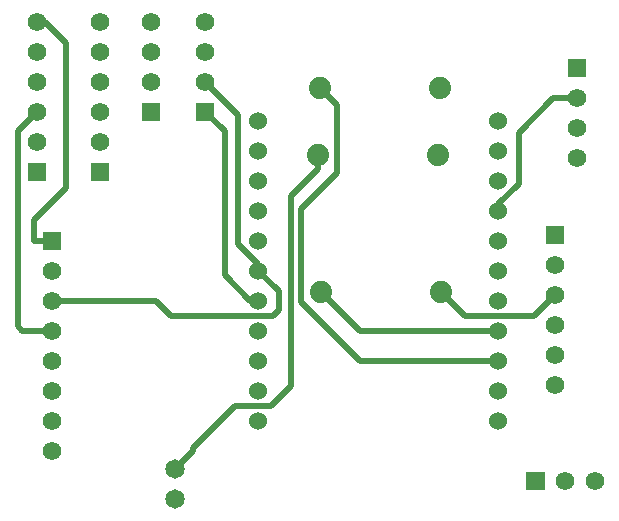
<source format=gbl>
G04 Layer: BottomLayer*
G04 EasyEDA v6.4.7, 2020-11-30T09:48:28+01:00*
G04 ec7fddcfb250444d8e3ff838e6161cd1,b786752bb5b344d598dffec7f8d735c0,10*
G04 Gerber Generator version 0.2*
G04 Scale: 100 percent, Rotated: No, Reflected: No *
G04 Dimensions in millimeters *
G04 leading zeros omitted , absolute positions ,3 integer and 3 decimal *
%FSLAX33Y33*%
%MOMM*%
G90*
D02*

%ADD11C,0.508000*%
%ADD12C,1.524000*%
%ADD13C,1.574800*%
%ADD14R,1.574800X1.574800*%
%ADD15C,1.879600*%
%ADD16C,1.651000*%

%LPD*%
G54D11*
G01X16285Y4445D02*
G01X17809Y5969D01*
G01X17809Y6223D01*
G01X21365Y9779D01*
G01X24413Y9779D01*
G01X26064Y11430D01*
G01X26064Y27559D01*
G01X28350Y29845D01*
G01X28350Y30988D01*
G01X50321Y35814D02*
G01X48289Y35814D01*
G01X45368Y32893D01*
G01X45368Y28575D01*
G01X43646Y26852D01*
G01X43646Y26278D01*
G01X4601Y34671D02*
G01X2950Y33020D01*
G01X2950Y16510D01*
G01X3331Y16129D01*
G01X5871Y16129D01*
G01X23326Y21198D02*
G01X25048Y19476D01*
G01X25048Y17907D01*
G01X24540Y17399D01*
G01X15904Y17399D01*
G01X14634Y18669D01*
G01X5871Y18669D01*
G01X4601Y42291D02*
G01X5236Y42291D01*
G01X7014Y40513D01*
G01X7014Y28194D01*
G01X4347Y25527D01*
G01X4347Y23749D01*
G01X5871Y23749D01*
G01X43646Y13578D02*
G01X31916Y13578D01*
G01X26953Y18542D01*
G01X26953Y26416D01*
G01X30001Y29464D01*
G01X30001Y35235D01*
G01X28533Y36703D01*
G01X38764Y19431D02*
G01X40796Y17399D01*
G01X46638Y17399D01*
G01X48416Y19177D01*
G01X18825Y37211D02*
G01X21619Y34416D01*
G01X21619Y23495D01*
G01X23326Y21787D01*
G01X23326Y21198D01*
G01X18825Y34671D02*
G01X20476Y33019D01*
G01X20476Y20828D01*
G01X22645Y18658D01*
G01X23326Y18658D01*
G01X43646Y16118D02*
G01X31916Y16118D01*
G01X28604Y19431D01*
G54D12*
G01X23326Y31358D03*
G01X23326Y28818D03*
G01X23326Y26278D03*
G01X23326Y23738D03*
G01X23326Y21198D03*
G01X23326Y18658D03*
G01X23326Y16118D03*
G01X23326Y13578D03*
G01X23326Y11038D03*
G01X23326Y8498D03*
G01X43646Y8498D03*
G01X43646Y11038D03*
G01X43646Y13578D03*
G01X43646Y16118D03*
G01X43646Y18658D03*
G01X43646Y21198D03*
G01X43646Y23738D03*
G01X43646Y26278D03*
G01X43646Y28818D03*
G01X43646Y31358D03*
G01X23326Y33898D03*
G01X43646Y33898D03*
G54D13*
G01X51845Y3429D03*
G01X49305Y3429D03*
G36*
G01X45977Y4216D02*
G01X47552Y4216D01*
G01X47552Y2641D01*
G01X45977Y2641D01*
G01X45977Y4216D01*
G37*
G01X48416Y11557D03*
G01X48416Y14097D03*
G01X48416Y16637D03*
G01X48416Y19177D03*
G01X48416Y21717D03*
G54D14*
G01X48416Y24257D03*
G54D13*
G01X9935Y42291D03*
G01X9935Y39751D03*
G01X9935Y37211D03*
G01X9935Y34671D03*
G01X9935Y32131D03*
G54D14*
G01X9935Y29591D03*
G54D13*
G01X4601Y42291D03*
G01X4601Y39751D03*
G01X4601Y37211D03*
G01X4601Y34671D03*
G01X4601Y32131D03*
G54D14*
G01X4601Y29591D03*
G54D15*
G01X28604Y19431D03*
G01X38764Y19431D03*
G01X28533Y36703D03*
G01X38693Y36703D03*
G01X28350Y30988D03*
G01X38510Y30988D03*
G54D14*
G01X50321Y38354D03*
G54D13*
G01X50321Y35814D03*
G01X50321Y33274D03*
G01X50321Y30734D03*
G54D14*
G01X14253Y34671D03*
G54D13*
G01X14253Y37211D03*
G01X14253Y39751D03*
G01X14253Y42291D03*
G54D14*
G01X18825Y34671D03*
G54D13*
G01X18825Y37211D03*
G01X18825Y39751D03*
G01X18825Y42291D03*
G54D16*
G01X16285Y4445D03*
G01X16285Y1905D03*
G54D14*
G01X5871Y23749D03*
G54D13*
G01X5871Y21209D03*
G01X5871Y18669D03*
G01X5871Y16129D03*
G01X5871Y13589D03*
G01X5871Y11049D03*
G01X5871Y8509D03*
G01X5871Y5969D03*
M00*
M02*

</source>
